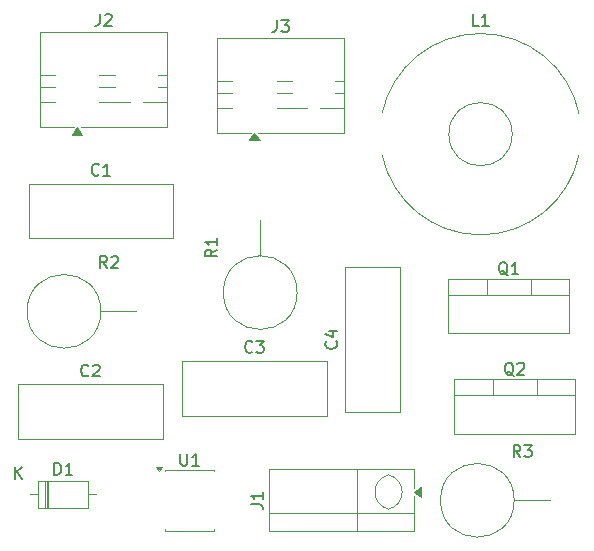
<source format=gbr>
%TF.GenerationSoftware,KiCad,Pcbnew,9.0.6*%
%TF.CreationDate,2025-11-19T21:55:10+05:30*%
%TF.ProjectId,class d  amplifier,636c6173-7320-4642-9020-616d706c6966,rev?*%
%TF.SameCoordinates,Original*%
%TF.FileFunction,Legend,Top*%
%TF.FilePolarity,Positive*%
%FSLAX46Y46*%
G04 Gerber Fmt 4.6, Leading zero omitted, Abs format (unit mm)*
G04 Created by KiCad (PCBNEW 9.0.6) date 2025-11-19 21:55:10*
%MOMM*%
%LPD*%
G01*
G04 APERTURE LIST*
%ADD10C,0.150000*%
%ADD11C,0.120000*%
G04 APERTURE END LIST*
D10*
X96738095Y-88554819D02*
X96738095Y-89364342D01*
X96738095Y-89364342D02*
X96785714Y-89459580D01*
X96785714Y-89459580D02*
X96833333Y-89507200D01*
X96833333Y-89507200D02*
X96928571Y-89554819D01*
X96928571Y-89554819D02*
X97119047Y-89554819D01*
X97119047Y-89554819D02*
X97214285Y-89507200D01*
X97214285Y-89507200D02*
X97261904Y-89459580D01*
X97261904Y-89459580D02*
X97309523Y-89364342D01*
X97309523Y-89364342D02*
X97309523Y-88554819D01*
X98309523Y-89554819D02*
X97738095Y-89554819D01*
X98023809Y-89554819D02*
X98023809Y-88554819D01*
X98023809Y-88554819D02*
X97928571Y-88697676D01*
X97928571Y-88697676D02*
X97833333Y-88792914D01*
X97833333Y-88792914D02*
X97738095Y-88840533D01*
X99834819Y-71266666D02*
X99358628Y-71599999D01*
X99834819Y-71838094D02*
X98834819Y-71838094D01*
X98834819Y-71838094D02*
X98834819Y-71457142D01*
X98834819Y-71457142D02*
X98882438Y-71361904D01*
X98882438Y-71361904D02*
X98930057Y-71314285D01*
X98930057Y-71314285D02*
X99025295Y-71266666D01*
X99025295Y-71266666D02*
X99168152Y-71266666D01*
X99168152Y-71266666D02*
X99263390Y-71314285D01*
X99263390Y-71314285D02*
X99311009Y-71361904D01*
X99311009Y-71361904D02*
X99358628Y-71457142D01*
X99358628Y-71457142D02*
X99358628Y-71838094D01*
X99834819Y-70314285D02*
X99834819Y-70885713D01*
X99834819Y-70599999D02*
X98834819Y-70599999D01*
X98834819Y-70599999D02*
X98977676Y-70695237D01*
X98977676Y-70695237D02*
X99072914Y-70790475D01*
X99072914Y-70790475D02*
X99120533Y-70885713D01*
X86071905Y-90334819D02*
X86071905Y-89334819D01*
X86071905Y-89334819D02*
X86310000Y-89334819D01*
X86310000Y-89334819D02*
X86452857Y-89382438D01*
X86452857Y-89382438D02*
X86548095Y-89477676D01*
X86548095Y-89477676D02*
X86595714Y-89572914D01*
X86595714Y-89572914D02*
X86643333Y-89763390D01*
X86643333Y-89763390D02*
X86643333Y-89906247D01*
X86643333Y-89906247D02*
X86595714Y-90096723D01*
X86595714Y-90096723D02*
X86548095Y-90191961D01*
X86548095Y-90191961D02*
X86452857Y-90287200D01*
X86452857Y-90287200D02*
X86310000Y-90334819D01*
X86310000Y-90334819D02*
X86071905Y-90334819D01*
X87595714Y-90334819D02*
X87024286Y-90334819D01*
X87310000Y-90334819D02*
X87310000Y-89334819D01*
X87310000Y-89334819D02*
X87214762Y-89477676D01*
X87214762Y-89477676D02*
X87119524Y-89572914D01*
X87119524Y-89572914D02*
X87024286Y-89620533D01*
X82738095Y-90654819D02*
X82738095Y-89654819D01*
X83309523Y-90654819D02*
X82880952Y-90083390D01*
X83309523Y-89654819D02*
X82738095Y-90226247D01*
X121983333Y-52304819D02*
X121507143Y-52304819D01*
X121507143Y-52304819D02*
X121507143Y-51304819D01*
X122840476Y-52304819D02*
X122269048Y-52304819D01*
X122554762Y-52304819D02*
X122554762Y-51304819D01*
X122554762Y-51304819D02*
X122459524Y-51447676D01*
X122459524Y-51447676D02*
X122364286Y-51542914D01*
X122364286Y-51542914D02*
X122269048Y-51590533D01*
X88958333Y-81909580D02*
X88910714Y-81957200D01*
X88910714Y-81957200D02*
X88767857Y-82004819D01*
X88767857Y-82004819D02*
X88672619Y-82004819D01*
X88672619Y-82004819D02*
X88529762Y-81957200D01*
X88529762Y-81957200D02*
X88434524Y-81861961D01*
X88434524Y-81861961D02*
X88386905Y-81766723D01*
X88386905Y-81766723D02*
X88339286Y-81576247D01*
X88339286Y-81576247D02*
X88339286Y-81433390D01*
X88339286Y-81433390D02*
X88386905Y-81242914D01*
X88386905Y-81242914D02*
X88434524Y-81147676D01*
X88434524Y-81147676D02*
X88529762Y-81052438D01*
X88529762Y-81052438D02*
X88672619Y-81004819D01*
X88672619Y-81004819D02*
X88767857Y-81004819D01*
X88767857Y-81004819D02*
X88910714Y-81052438D01*
X88910714Y-81052438D02*
X88958333Y-81100057D01*
X89339286Y-81100057D02*
X89386905Y-81052438D01*
X89386905Y-81052438D02*
X89482143Y-81004819D01*
X89482143Y-81004819D02*
X89720238Y-81004819D01*
X89720238Y-81004819D02*
X89815476Y-81052438D01*
X89815476Y-81052438D02*
X89863095Y-81100057D01*
X89863095Y-81100057D02*
X89910714Y-81195295D01*
X89910714Y-81195295D02*
X89910714Y-81290533D01*
X89910714Y-81290533D02*
X89863095Y-81433390D01*
X89863095Y-81433390D02*
X89291667Y-82004819D01*
X89291667Y-82004819D02*
X89910714Y-82004819D01*
X102833333Y-79909580D02*
X102785714Y-79957200D01*
X102785714Y-79957200D02*
X102642857Y-80004819D01*
X102642857Y-80004819D02*
X102547619Y-80004819D01*
X102547619Y-80004819D02*
X102404762Y-79957200D01*
X102404762Y-79957200D02*
X102309524Y-79861961D01*
X102309524Y-79861961D02*
X102261905Y-79766723D01*
X102261905Y-79766723D02*
X102214286Y-79576247D01*
X102214286Y-79576247D02*
X102214286Y-79433390D01*
X102214286Y-79433390D02*
X102261905Y-79242914D01*
X102261905Y-79242914D02*
X102309524Y-79147676D01*
X102309524Y-79147676D02*
X102404762Y-79052438D01*
X102404762Y-79052438D02*
X102547619Y-79004819D01*
X102547619Y-79004819D02*
X102642857Y-79004819D01*
X102642857Y-79004819D02*
X102785714Y-79052438D01*
X102785714Y-79052438D02*
X102833333Y-79100057D01*
X103166667Y-79004819D02*
X103785714Y-79004819D01*
X103785714Y-79004819D02*
X103452381Y-79385771D01*
X103452381Y-79385771D02*
X103595238Y-79385771D01*
X103595238Y-79385771D02*
X103690476Y-79433390D01*
X103690476Y-79433390D02*
X103738095Y-79481009D01*
X103738095Y-79481009D02*
X103785714Y-79576247D01*
X103785714Y-79576247D02*
X103785714Y-79814342D01*
X103785714Y-79814342D02*
X103738095Y-79909580D01*
X103738095Y-79909580D02*
X103690476Y-79957200D01*
X103690476Y-79957200D02*
X103595238Y-80004819D01*
X103595238Y-80004819D02*
X103309524Y-80004819D01*
X103309524Y-80004819D02*
X103214286Y-79957200D01*
X103214286Y-79957200D02*
X103166667Y-79909580D01*
X102702319Y-92833333D02*
X103416604Y-92833333D01*
X103416604Y-92833333D02*
X103559461Y-92880952D01*
X103559461Y-92880952D02*
X103654700Y-92976190D01*
X103654700Y-92976190D02*
X103702319Y-93119047D01*
X103702319Y-93119047D02*
X103702319Y-93214285D01*
X103702319Y-91833333D02*
X103702319Y-92404761D01*
X103702319Y-92119047D02*
X102702319Y-92119047D01*
X102702319Y-92119047D02*
X102845176Y-92214285D01*
X102845176Y-92214285D02*
X102940414Y-92309523D01*
X102940414Y-92309523D02*
X102988033Y-92404761D01*
X89833333Y-64909580D02*
X89785714Y-64957200D01*
X89785714Y-64957200D02*
X89642857Y-65004819D01*
X89642857Y-65004819D02*
X89547619Y-65004819D01*
X89547619Y-65004819D02*
X89404762Y-64957200D01*
X89404762Y-64957200D02*
X89309524Y-64861961D01*
X89309524Y-64861961D02*
X89261905Y-64766723D01*
X89261905Y-64766723D02*
X89214286Y-64576247D01*
X89214286Y-64576247D02*
X89214286Y-64433390D01*
X89214286Y-64433390D02*
X89261905Y-64242914D01*
X89261905Y-64242914D02*
X89309524Y-64147676D01*
X89309524Y-64147676D02*
X89404762Y-64052438D01*
X89404762Y-64052438D02*
X89547619Y-64004819D01*
X89547619Y-64004819D02*
X89642857Y-64004819D01*
X89642857Y-64004819D02*
X89785714Y-64052438D01*
X89785714Y-64052438D02*
X89833333Y-64100057D01*
X90785714Y-65004819D02*
X90214286Y-65004819D01*
X90500000Y-65004819D02*
X90500000Y-64004819D01*
X90500000Y-64004819D02*
X90404762Y-64147676D01*
X90404762Y-64147676D02*
X90309524Y-64242914D01*
X90309524Y-64242914D02*
X90214286Y-64290533D01*
X124444761Y-73450057D02*
X124349523Y-73402438D01*
X124349523Y-73402438D02*
X124254285Y-73307200D01*
X124254285Y-73307200D02*
X124111428Y-73164342D01*
X124111428Y-73164342D02*
X124016190Y-73116723D01*
X124016190Y-73116723D02*
X123920952Y-73116723D01*
X123968571Y-73354819D02*
X123873333Y-73307200D01*
X123873333Y-73307200D02*
X123778095Y-73211961D01*
X123778095Y-73211961D02*
X123730476Y-73021485D01*
X123730476Y-73021485D02*
X123730476Y-72688152D01*
X123730476Y-72688152D02*
X123778095Y-72497676D01*
X123778095Y-72497676D02*
X123873333Y-72402438D01*
X123873333Y-72402438D02*
X123968571Y-72354819D01*
X123968571Y-72354819D02*
X124159047Y-72354819D01*
X124159047Y-72354819D02*
X124254285Y-72402438D01*
X124254285Y-72402438D02*
X124349523Y-72497676D01*
X124349523Y-72497676D02*
X124397142Y-72688152D01*
X124397142Y-72688152D02*
X124397142Y-73021485D01*
X124397142Y-73021485D02*
X124349523Y-73211961D01*
X124349523Y-73211961D02*
X124254285Y-73307200D01*
X124254285Y-73307200D02*
X124159047Y-73354819D01*
X124159047Y-73354819D02*
X123968571Y-73354819D01*
X125349523Y-73354819D02*
X124778095Y-73354819D01*
X125063809Y-73354819D02*
X125063809Y-72354819D01*
X125063809Y-72354819D02*
X124968571Y-72497676D01*
X124968571Y-72497676D02*
X124873333Y-72592914D01*
X124873333Y-72592914D02*
X124778095Y-72640533D01*
X90523333Y-72834819D02*
X90190000Y-72358628D01*
X89951905Y-72834819D02*
X89951905Y-71834819D01*
X89951905Y-71834819D02*
X90332857Y-71834819D01*
X90332857Y-71834819D02*
X90428095Y-71882438D01*
X90428095Y-71882438D02*
X90475714Y-71930057D01*
X90475714Y-71930057D02*
X90523333Y-72025295D01*
X90523333Y-72025295D02*
X90523333Y-72168152D01*
X90523333Y-72168152D02*
X90475714Y-72263390D01*
X90475714Y-72263390D02*
X90428095Y-72311009D01*
X90428095Y-72311009D02*
X90332857Y-72358628D01*
X90332857Y-72358628D02*
X89951905Y-72358628D01*
X90904286Y-71930057D02*
X90951905Y-71882438D01*
X90951905Y-71882438D02*
X91047143Y-71834819D01*
X91047143Y-71834819D02*
X91285238Y-71834819D01*
X91285238Y-71834819D02*
X91380476Y-71882438D01*
X91380476Y-71882438D02*
X91428095Y-71930057D01*
X91428095Y-71930057D02*
X91475714Y-72025295D01*
X91475714Y-72025295D02*
X91475714Y-72120533D01*
X91475714Y-72120533D02*
X91428095Y-72263390D01*
X91428095Y-72263390D02*
X90856667Y-72834819D01*
X90856667Y-72834819D02*
X91475714Y-72834819D01*
X104916666Y-51834819D02*
X104916666Y-52549104D01*
X104916666Y-52549104D02*
X104869047Y-52691961D01*
X104869047Y-52691961D02*
X104773809Y-52787200D01*
X104773809Y-52787200D02*
X104630952Y-52834819D01*
X104630952Y-52834819D02*
X104535714Y-52834819D01*
X105297619Y-51834819D02*
X105916666Y-51834819D01*
X105916666Y-51834819D02*
X105583333Y-52215771D01*
X105583333Y-52215771D02*
X105726190Y-52215771D01*
X105726190Y-52215771D02*
X105821428Y-52263390D01*
X105821428Y-52263390D02*
X105869047Y-52311009D01*
X105869047Y-52311009D02*
X105916666Y-52406247D01*
X105916666Y-52406247D02*
X105916666Y-52644342D01*
X105916666Y-52644342D02*
X105869047Y-52739580D01*
X105869047Y-52739580D02*
X105821428Y-52787200D01*
X105821428Y-52787200D02*
X105726190Y-52834819D01*
X105726190Y-52834819D02*
X105440476Y-52834819D01*
X105440476Y-52834819D02*
X105345238Y-52787200D01*
X105345238Y-52787200D02*
X105297619Y-52739580D01*
X125523333Y-88834819D02*
X125190000Y-88358628D01*
X124951905Y-88834819D02*
X124951905Y-87834819D01*
X124951905Y-87834819D02*
X125332857Y-87834819D01*
X125332857Y-87834819D02*
X125428095Y-87882438D01*
X125428095Y-87882438D02*
X125475714Y-87930057D01*
X125475714Y-87930057D02*
X125523333Y-88025295D01*
X125523333Y-88025295D02*
X125523333Y-88168152D01*
X125523333Y-88168152D02*
X125475714Y-88263390D01*
X125475714Y-88263390D02*
X125428095Y-88311009D01*
X125428095Y-88311009D02*
X125332857Y-88358628D01*
X125332857Y-88358628D02*
X124951905Y-88358628D01*
X125856667Y-87834819D02*
X126475714Y-87834819D01*
X126475714Y-87834819D02*
X126142381Y-88215771D01*
X126142381Y-88215771D02*
X126285238Y-88215771D01*
X126285238Y-88215771D02*
X126380476Y-88263390D01*
X126380476Y-88263390D02*
X126428095Y-88311009D01*
X126428095Y-88311009D02*
X126475714Y-88406247D01*
X126475714Y-88406247D02*
X126475714Y-88644342D01*
X126475714Y-88644342D02*
X126428095Y-88739580D01*
X126428095Y-88739580D02*
X126380476Y-88787200D01*
X126380476Y-88787200D02*
X126285238Y-88834819D01*
X126285238Y-88834819D02*
X125999524Y-88834819D01*
X125999524Y-88834819D02*
X125904286Y-88787200D01*
X125904286Y-88787200D02*
X125856667Y-88739580D01*
X124944761Y-81950057D02*
X124849523Y-81902438D01*
X124849523Y-81902438D02*
X124754285Y-81807200D01*
X124754285Y-81807200D02*
X124611428Y-81664342D01*
X124611428Y-81664342D02*
X124516190Y-81616723D01*
X124516190Y-81616723D02*
X124420952Y-81616723D01*
X124468571Y-81854819D02*
X124373333Y-81807200D01*
X124373333Y-81807200D02*
X124278095Y-81711961D01*
X124278095Y-81711961D02*
X124230476Y-81521485D01*
X124230476Y-81521485D02*
X124230476Y-81188152D01*
X124230476Y-81188152D02*
X124278095Y-80997676D01*
X124278095Y-80997676D02*
X124373333Y-80902438D01*
X124373333Y-80902438D02*
X124468571Y-80854819D01*
X124468571Y-80854819D02*
X124659047Y-80854819D01*
X124659047Y-80854819D02*
X124754285Y-80902438D01*
X124754285Y-80902438D02*
X124849523Y-80997676D01*
X124849523Y-80997676D02*
X124897142Y-81188152D01*
X124897142Y-81188152D02*
X124897142Y-81521485D01*
X124897142Y-81521485D02*
X124849523Y-81711961D01*
X124849523Y-81711961D02*
X124754285Y-81807200D01*
X124754285Y-81807200D02*
X124659047Y-81854819D01*
X124659047Y-81854819D02*
X124468571Y-81854819D01*
X125278095Y-80950057D02*
X125325714Y-80902438D01*
X125325714Y-80902438D02*
X125420952Y-80854819D01*
X125420952Y-80854819D02*
X125659047Y-80854819D01*
X125659047Y-80854819D02*
X125754285Y-80902438D01*
X125754285Y-80902438D02*
X125801904Y-80950057D01*
X125801904Y-80950057D02*
X125849523Y-81045295D01*
X125849523Y-81045295D02*
X125849523Y-81140533D01*
X125849523Y-81140533D02*
X125801904Y-81283390D01*
X125801904Y-81283390D02*
X125230476Y-81854819D01*
X125230476Y-81854819D02*
X125849523Y-81854819D01*
X89916666Y-51334819D02*
X89916666Y-52049104D01*
X89916666Y-52049104D02*
X89869047Y-52191961D01*
X89869047Y-52191961D02*
X89773809Y-52287200D01*
X89773809Y-52287200D02*
X89630952Y-52334819D01*
X89630952Y-52334819D02*
X89535714Y-52334819D01*
X90345238Y-51430057D02*
X90392857Y-51382438D01*
X90392857Y-51382438D02*
X90488095Y-51334819D01*
X90488095Y-51334819D02*
X90726190Y-51334819D01*
X90726190Y-51334819D02*
X90821428Y-51382438D01*
X90821428Y-51382438D02*
X90869047Y-51430057D01*
X90869047Y-51430057D02*
X90916666Y-51525295D01*
X90916666Y-51525295D02*
X90916666Y-51620533D01*
X90916666Y-51620533D02*
X90869047Y-51763390D01*
X90869047Y-51763390D02*
X90297619Y-52334819D01*
X90297619Y-52334819D02*
X90916666Y-52334819D01*
X109909580Y-79041666D02*
X109957200Y-79089285D01*
X109957200Y-79089285D02*
X110004819Y-79232142D01*
X110004819Y-79232142D02*
X110004819Y-79327380D01*
X110004819Y-79327380D02*
X109957200Y-79470237D01*
X109957200Y-79470237D02*
X109861961Y-79565475D01*
X109861961Y-79565475D02*
X109766723Y-79613094D01*
X109766723Y-79613094D02*
X109576247Y-79660713D01*
X109576247Y-79660713D02*
X109433390Y-79660713D01*
X109433390Y-79660713D02*
X109242914Y-79613094D01*
X109242914Y-79613094D02*
X109147676Y-79565475D01*
X109147676Y-79565475D02*
X109052438Y-79470237D01*
X109052438Y-79470237D02*
X109004819Y-79327380D01*
X109004819Y-79327380D02*
X109004819Y-79232142D01*
X109004819Y-79232142D02*
X109052438Y-79089285D01*
X109052438Y-79089285D02*
X109100057Y-79041666D01*
X109338152Y-78184523D02*
X110004819Y-78184523D01*
X108957200Y-78422618D02*
X109671485Y-78660713D01*
X109671485Y-78660713D02*
X109671485Y-78041666D01*
D11*
%TO.C,U1*%
X95440000Y-89940000D02*
X99560000Y-89940000D01*
X95440000Y-90035000D02*
X95440000Y-89940000D01*
X95440000Y-95060000D02*
X95440000Y-94965000D01*
X99560000Y-89940000D02*
X99560000Y-90035000D01*
X99560000Y-94965000D02*
X99560000Y-95060000D01*
X99560000Y-95060000D02*
X95440000Y-95060000D01*
X94900000Y-90030000D02*
X94660000Y-89700000D01*
X95140000Y-89700000D01*
X94900000Y-90030000D01*
G36*
X94900000Y-90030000D02*
G01*
X94660000Y-89700000D01*
X95140000Y-89700000D01*
X94900000Y-90030000D01*
G37*
%TO.C,R1*%
X103500000Y-71790000D02*
X103500000Y-68790000D01*
X106620000Y-74910000D02*
G75*
G02*
X100380000Y-74910000I-3120000J0D01*
G01*
X100380000Y-74910000D02*
G75*
G02*
X106620000Y-74910000I3120000J0D01*
G01*
%TO.C,D1*%
X84040000Y-92000000D02*
X84690000Y-92000000D01*
X85290000Y-90880000D02*
X85290000Y-93120000D01*
X85410000Y-90880000D02*
X85410000Y-93120000D01*
X85530000Y-90880000D02*
X85530000Y-93120000D01*
X89580000Y-92000000D02*
X88930000Y-92000000D01*
X84690000Y-90880000D02*
X88930000Y-90880000D01*
X88930000Y-93120000D01*
X84690000Y-93120000D01*
X84690000Y-90880000D01*
%TO.C,L1*%
X113813766Y-59740000D02*
G75*
G02*
X130486234Y-59740000I8336234J-1760000D01*
G01*
X130486234Y-63260000D02*
G75*
G02*
X113813766Y-63260000I-8336234J1760000D01*
G01*
X124830000Y-61500000D02*
G75*
G02*
X119470000Y-61500000I-2680000J0D01*
G01*
X119470000Y-61500000D02*
G75*
G02*
X124830000Y-61500000I2680000J0D01*
G01*
%TO.C,C2*%
X83005000Y-82680000D02*
X95245000Y-82680000D01*
X83005000Y-87320000D02*
X83005000Y-82680000D01*
X95245000Y-82680000D02*
X95245000Y-87320000D01*
X95245000Y-87320000D02*
X83005000Y-87320000D01*
%TO.C,C3*%
X96880000Y-80680000D02*
X109120000Y-80680000D01*
X96880000Y-85320000D02*
X96880000Y-80680000D01*
X109120000Y-80680000D02*
X109120000Y-85320000D01*
X109120000Y-85320000D02*
X96880000Y-85320000D01*
%TO.C,J1*%
X104247500Y-89880000D02*
X116487500Y-89880000D01*
X104247500Y-93550000D02*
X116487500Y-93550000D01*
X104247500Y-95120000D02*
X104247500Y-89880000D01*
X111667500Y-95120000D02*
X111667500Y-89880000D01*
X116487500Y-89880000D02*
X116487500Y-91500000D01*
X116487500Y-92100000D02*
X116487500Y-95120000D01*
X116487500Y-95120000D02*
X104247500Y-95120000D01*
X114367500Y-90350000D02*
G75*
G02*
X114367500Y-93250000I-339130J-1450000D01*
G01*
X114367500Y-93250000D02*
G75*
G02*
X114367500Y-90350000I339130J1450000D01*
G01*
X117097500Y-92240000D02*
X116487500Y-91800000D01*
X117097500Y-91360000D01*
X117097500Y-92240000D01*
G36*
X117097500Y-92240000D02*
G01*
X116487500Y-91800000D01*
X117097500Y-91360000D01*
X117097500Y-92240000D01*
G37*
%TO.C,C1*%
X83880000Y-65680000D02*
X96120000Y-65680000D01*
X83880000Y-70320000D02*
X83880000Y-65680000D01*
X96120000Y-65680000D02*
X96120000Y-70320000D01*
X96120000Y-70320000D02*
X83880000Y-70320000D01*
%TO.C,Q1*%
X119430000Y-73740000D02*
X129650000Y-73740000D01*
X119430000Y-75120000D02*
X129650000Y-75120000D01*
X119430000Y-78360000D02*
X119430000Y-73740000D01*
X122690000Y-73740000D02*
X122690000Y-75120000D01*
X126390000Y-73740000D02*
X126390000Y-75120000D01*
X129650000Y-73740000D02*
X129650000Y-78360000D01*
X129650000Y-78360000D02*
X119430000Y-78360000D01*
%TO.C,R2*%
X90000000Y-76500000D02*
X93000000Y-76500000D01*
X90000000Y-76500000D02*
G75*
G02*
X83760000Y-76500000I-3120000J0D01*
G01*
X83760000Y-76500000D02*
G75*
G02*
X90000000Y-76500000I3120000J0D01*
G01*
%TO.C,J3*%
X99880000Y-53380000D02*
X110620000Y-53380000D01*
X99880000Y-57000000D02*
X101120000Y-57000000D01*
X99880000Y-58000000D02*
X101120000Y-58000000D01*
X99880000Y-59300000D02*
X101120000Y-59300000D01*
X99880000Y-61420000D02*
X99880000Y-53380000D01*
X102700000Y-61420000D02*
X99880000Y-61420000D01*
X104880000Y-57000000D02*
X106188000Y-57000000D01*
X104880000Y-58000000D02*
X106188000Y-58000000D01*
X104880000Y-59300000D02*
X107457000Y-59300000D01*
X108543000Y-59300000D02*
X110620000Y-59300000D01*
X109812000Y-57000000D02*
X110620000Y-57000000D01*
X109812000Y-58000000D02*
X110620000Y-58000000D01*
X110620000Y-53380000D02*
X110620000Y-61420000D01*
X110620000Y-61420000D02*
X103300000Y-61420000D01*
X103440000Y-62030000D02*
X102560000Y-62030000D01*
X103000000Y-61420000D01*
X103440000Y-62030000D01*
G36*
X103440000Y-62030000D02*
G01*
X102560000Y-62030000D01*
X103000000Y-61420000D01*
X103440000Y-62030000D01*
G37*
%TO.C,R3*%
X125000000Y-92500000D02*
X128000000Y-92500000D01*
X125000000Y-92500000D02*
G75*
G02*
X118760000Y-92500000I-3120000J0D01*
G01*
X118760000Y-92500000D02*
G75*
G02*
X125000000Y-92500000I3120000J0D01*
G01*
%TO.C,Q2*%
X119930000Y-82240000D02*
X130150000Y-82240000D01*
X119930000Y-83620000D02*
X130150000Y-83620000D01*
X119930000Y-86860000D02*
X119930000Y-82240000D01*
X123190000Y-82240000D02*
X123190000Y-83620000D01*
X126890000Y-82240000D02*
X126890000Y-83620000D01*
X130150000Y-82240000D02*
X130150000Y-86860000D01*
X130150000Y-86860000D02*
X119930000Y-86860000D01*
%TO.C,J2*%
X84880000Y-52880000D02*
X95620000Y-52880000D01*
X84880000Y-56500000D02*
X86120000Y-56500000D01*
X84880000Y-57500000D02*
X86120000Y-57500000D01*
X84880000Y-58800000D02*
X86120000Y-58800000D01*
X84880000Y-60920000D02*
X84880000Y-52880000D01*
X87700000Y-60920000D02*
X84880000Y-60920000D01*
X89880000Y-56500000D02*
X91188000Y-56500000D01*
X89880000Y-57500000D02*
X91188000Y-57500000D01*
X89880000Y-58800000D02*
X92457000Y-58800000D01*
X93543000Y-58800000D02*
X95620000Y-58800000D01*
X94812000Y-56500000D02*
X95620000Y-56500000D01*
X94812000Y-57500000D02*
X95620000Y-57500000D01*
X95620000Y-52880000D02*
X95620000Y-60920000D01*
X95620000Y-60920000D02*
X88300000Y-60920000D01*
X88440000Y-61530000D02*
X87560000Y-61530000D01*
X88000000Y-60920000D01*
X88440000Y-61530000D01*
G36*
X88440000Y-61530000D02*
G01*
X87560000Y-61530000D01*
X88000000Y-60920000D01*
X88440000Y-61530000D01*
G37*
%TO.C,C4*%
X110680000Y-72755000D02*
X115320000Y-72755000D01*
X110680000Y-84995000D02*
X110680000Y-72755000D01*
X115320000Y-72755000D02*
X115320000Y-84995000D01*
X115320000Y-84995000D02*
X110680000Y-84995000D01*
%TD*%
M02*

</source>
